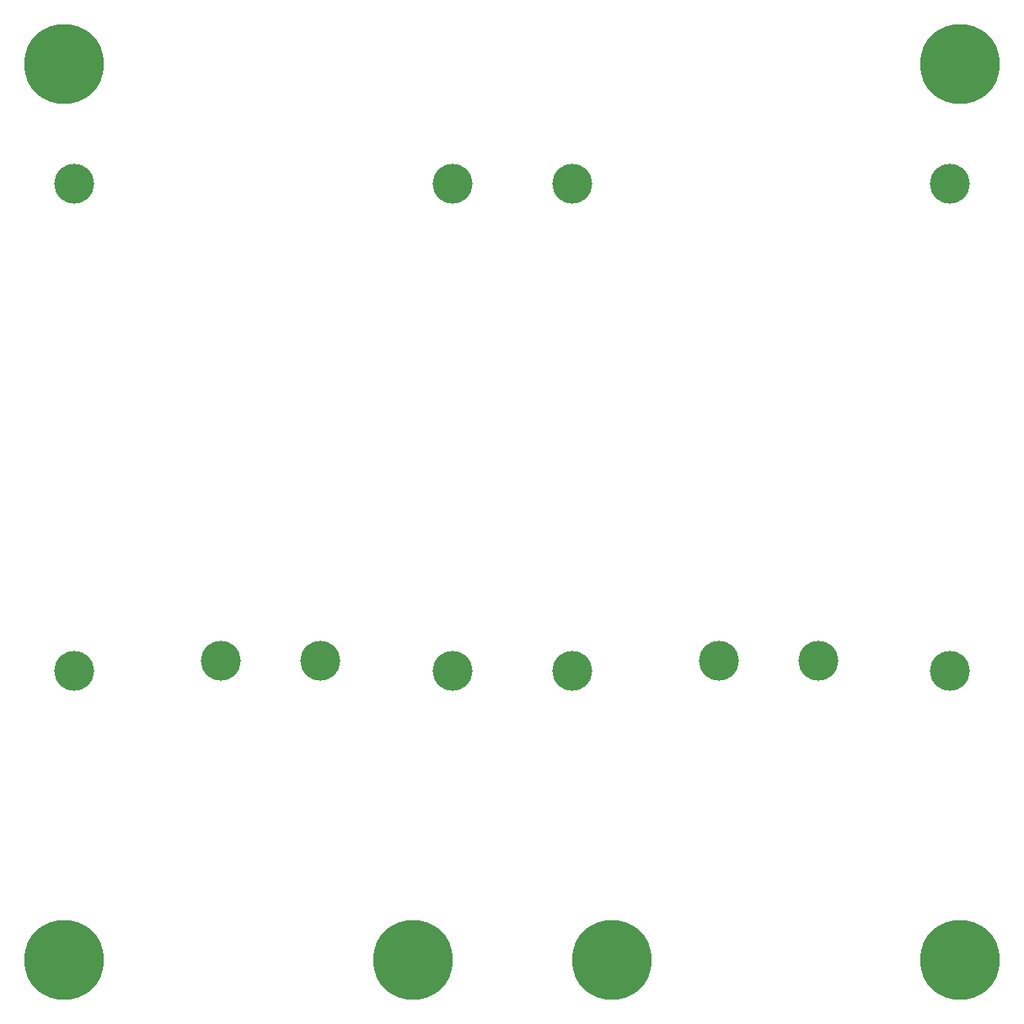
<source format=gbr>
%TF.GenerationSoftware,KiCad,Pcbnew,(6.0.7)*%
%TF.CreationDate,2022-10-27T22:38:12-07:00*%
%TF.ProjectId,3s25ABMS,33733235-4142-44d5-932e-6b696361645f,1.0*%
%TF.SameCoordinates,Original*%
%TF.FileFunction,Soldermask,Bot*%
%TF.FilePolarity,Negative*%
%FSLAX46Y46*%
G04 Gerber Fmt 4.6, Leading zero omitted, Abs format (unit mm)*
G04 Created by KiCad (PCBNEW (6.0.7)) date 2022-10-27 22:38:12*
%MOMM*%
%LPD*%
G01*
G04 APERTURE LIST*
%ADD10C,4.000000*%
%ADD11C,0.900000*%
%ADD12C,8.000000*%
G04 APERTURE END LIST*
D10*
%TO.C,U2*%
X120750000Y-115000000D03*
X130750000Y-115000000D03*
X144000000Y-67000000D03*
X106000000Y-67000000D03*
X106000000Y-116000000D03*
X144000000Y-116000000D03*
%TD*%
D11*
%TO.C,H1*%
X58000000Y-145000000D03*
X52000000Y-145000000D03*
X57121320Y-142878680D03*
D12*
X55000000Y-145000000D03*
D11*
X55000000Y-142000000D03*
X52878680Y-142878680D03*
X55000000Y-148000000D03*
X57121320Y-147121320D03*
X52878680Y-147121320D03*
%TD*%
%TO.C,H2*%
X57121320Y-52878680D03*
X55000000Y-52000000D03*
X52878680Y-57121320D03*
X58000000Y-55000000D03*
X52000000Y-55000000D03*
X57121320Y-57121320D03*
X55000000Y-58000000D03*
D12*
X55000000Y-55000000D03*
D11*
X52878680Y-52878680D03*
%TD*%
D12*
%TO.C,H5*%
X110000000Y-145000000D03*
D11*
X107878680Y-142878680D03*
X107000000Y-145000000D03*
X113000000Y-145000000D03*
X110000000Y-148000000D03*
X107878680Y-147121320D03*
X112121320Y-142878680D03*
X110000000Y-142000000D03*
X112121320Y-147121320D03*
%TD*%
%TO.C,H6*%
X87878680Y-142878680D03*
D12*
X90000000Y-145000000D03*
D11*
X90000000Y-148000000D03*
X92121320Y-142878680D03*
X90000000Y-142000000D03*
X87878680Y-147121320D03*
X93000000Y-145000000D03*
X87000000Y-145000000D03*
X92121320Y-147121320D03*
%TD*%
%TO.C,H4*%
X142878680Y-142878680D03*
D12*
X145000000Y-145000000D03*
D11*
X145000000Y-142000000D03*
X147121320Y-147121320D03*
X147121320Y-142878680D03*
X145000000Y-148000000D03*
X142000000Y-145000000D03*
X148000000Y-145000000D03*
X142878680Y-147121320D03*
%TD*%
%TO.C,H3*%
X145000000Y-58000000D03*
X147121320Y-52878680D03*
X142878680Y-57121320D03*
X142000000Y-55000000D03*
D12*
X145000000Y-55000000D03*
D11*
X147121320Y-57121320D03*
X145000000Y-52000000D03*
X142878680Y-52878680D03*
X148000000Y-55000000D03*
%TD*%
D10*
%TO.C,U1*%
X94000000Y-116000000D03*
X56000000Y-116000000D03*
X56000000Y-67000000D03*
X94000000Y-67000000D03*
X80750000Y-115000000D03*
X70750000Y-115000000D03*
%TD*%
M02*

</source>
